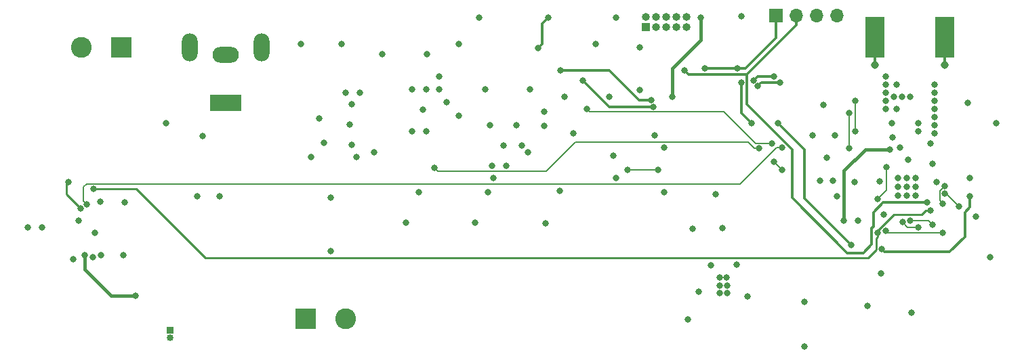
<source format=gbr>
%TF.GenerationSoftware,KiCad,Pcbnew,5.1.0-5.1.0*%
%TF.CreationDate,2019-03-18T21:11:32+01:00*%
%TF.ProjectId,motherboard,6d6f7468-6572-4626-9f61-72642e6b6963,rev?*%
%TF.SameCoordinates,Original*%
%TF.FileFunction,Copper,L4,Bot*%
%TF.FilePolarity,Positive*%
%FSLAX46Y46*%
G04 Gerber Fmt 4.6, Leading zero omitted, Abs format (unit mm)*
G04 Created by KiCad (PCBNEW 5.1.0-5.1.0) date 2019-03-18 21:11:32*
%MOMM*%
%LPD*%
G04 APERTURE LIST*
%ADD10C,0.200000*%
%ADD11R,2.600000X2.600000*%
%ADD12C,2.600000*%
%ADD13R,4.000000X2.000000*%
%ADD14O,3.300000X2.000000*%
%ADD15O,2.000000X3.500000*%
%ADD16R,1.700000X1.700000*%
%ADD17O,1.700000X1.700000*%
%ADD18R,2.420000X5.080000*%
%ADD19C,0.970000*%
%ADD20R,0.460000X0.950000*%
%ADD21R,1.000000X1.000000*%
%ADD22O,1.000000X1.000000*%
%ADD23R,0.850000X0.850000*%
%ADD24O,0.850000X0.850000*%
%ADD25C,0.800000*%
%ADD26C,0.254000*%
%ADD27C,0.304800*%
%ADD28C,0.203200*%
%ADD29C,0.406400*%
G04 APERTURE END LIST*
D10*
X176180000Y-103544000D03*
X175180000Y-103544000D03*
X174180000Y-103544000D03*
X176180000Y-102544000D03*
X175180000Y-102544000D03*
X174180000Y-102544000D03*
X176180000Y-101544000D03*
X175180000Y-101544000D03*
X174180000Y-101544000D03*
D11*
X77000000Y-85000000D03*
D12*
X72000000Y-85000000D03*
D13*
X90000000Y-92000000D03*
D14*
X90000000Y-86000000D03*
D15*
X94500000Y-85000000D03*
X85500000Y-85000000D03*
D16*
X158750000Y-81026000D03*
D17*
X161290000Y-81026000D03*
X163830000Y-81026000D03*
X166370000Y-81026000D03*
D18*
X179880000Y-83780000D03*
X171120000Y-83780000D03*
D19*
X179880000Y-87220000D03*
X171120000Y-87220000D03*
D20*
X179880000Y-86770000D03*
X171120000Y-86770000D03*
D12*
X105000000Y-119000000D03*
D11*
X100000000Y-119000000D03*
D21*
X142494000Y-82500000D03*
D22*
X142494000Y-81230000D03*
X143764000Y-82500000D03*
X143764000Y-81230000D03*
X145034000Y-82500000D03*
X145034000Y-81230000D03*
X146304000Y-82500000D03*
X146304000Y-81230000D03*
X147574000Y-82500000D03*
X147574000Y-81230000D03*
D23*
X83058000Y-120396000D03*
D24*
X83058000Y-121396000D03*
D25*
X174000000Y-101400000D03*
X115062000Y-90297000D03*
X115189000Y-85852000D03*
X115062000Y-95504000D03*
X119126000Y-93599000D03*
X128016000Y-90297000D03*
X129794000Y-93105000D03*
X127762000Y-98157000D03*
X125081000Y-99822000D03*
X173482000Y-91186000D03*
X174498000Y-91186000D03*
X175514000Y-91186000D03*
X178562000Y-89662000D03*
X178562000Y-90678000D03*
X178562000Y-91694000D03*
X178562000Y-92710000D03*
X178562000Y-93726000D03*
X178562000Y-94742000D03*
X178562000Y-95758000D03*
X176530000Y-95504000D03*
X176530000Y-94488000D03*
X172466000Y-88646000D03*
X172466000Y-89662000D03*
X172466000Y-90678000D03*
X172466000Y-91694000D03*
X172466000Y-92710000D03*
X87122000Y-96153000D03*
X73660000Y-108204000D03*
X152600911Y-113859664D03*
X152651711Y-115739264D03*
X151737311Y-115739264D03*
X152651711Y-114824864D03*
X151737311Y-114824864D03*
X151737311Y-113859664D03*
X105491162Y-94721072D03*
X138430000Y-98552000D03*
X77216000Y-110991610D03*
X186313000Y-94488000D03*
X182992970Y-101346000D03*
X183783024Y-106172000D03*
X185533000Y-111252012D03*
X171889561Y-113334646D03*
X162306000Y-116833970D03*
X155242529Y-116185064D03*
X147763497Y-119092064D03*
X153831511Y-112234080D03*
X65278000Y-107583024D03*
X71628002Y-106680000D03*
X77433500Y-104394016D03*
X82550000Y-94482026D03*
X105043000Y-90678000D03*
X138810000Y-81345028D03*
X119190000Y-84655020D03*
X173876998Y-92710000D03*
X173876974Y-89662000D03*
X141758963Y-90387238D03*
X154432000Y-81148972D03*
X132328000Y-91185972D03*
X133490980Y-95758000D03*
X138797000Y-101345962D03*
X143622974Y-96012000D03*
X166370000Y-103632000D03*
X164243019Y-101713000D03*
X165862000Y-101713000D03*
X106366148Y-98785058D03*
X108539162Y-98136071D03*
X102302178Y-97007072D03*
X124714000Y-97282000D03*
X114689500Y-92837000D03*
X169022970Y-106680000D03*
X173369002Y-96266000D03*
X175100000Y-101400000D03*
X176200000Y-101400000D03*
X174000000Y-102500000D03*
X175100000Y-102500000D03*
X176200000Y-102500000D03*
X174000000Y-103600000D03*
X175100000Y-103600000D03*
X176200000Y-103600000D03*
X74382250Y-104317750D03*
X86484000Y-103632000D03*
X144780000Y-97536000D03*
X141758957Y-85081228D03*
X137928022Y-91186000D03*
X129794000Y-94855000D03*
X126379000Y-94742000D03*
X123077000Y-94742000D03*
X122428000Y-90297000D03*
X136270000Y-84655000D03*
X109601000Y-85852000D03*
X113284000Y-90297000D03*
X116713000Y-90297000D03*
X116713000Y-88646000D03*
X121730000Y-81344998D03*
X129032000Y-85090000D03*
X130302000Y-81280000D03*
X134620000Y-89154000D03*
X156467503Y-89896474D03*
X159258000Y-89408000D03*
X167894000Y-93218000D03*
X167894000Y-97631210D03*
X143454107Y-92506789D03*
X168656000Y-95504000D03*
X158496000Y-88646000D03*
X155956000Y-89154000D03*
X168656000Y-91694000D03*
X131826000Y-87884000D03*
X143191096Y-91644391D03*
X147320000Y-87884000D03*
X177655000Y-104435602D03*
X149860000Y-87630000D03*
X153924000Y-87630000D03*
X154432000Y-89408000D03*
X155702000Y-94488000D03*
X159004000Y-94488000D03*
X171958000Y-110236000D03*
X182993000Y-103632000D03*
X168148000Y-109727992D03*
X171471077Y-104032021D03*
X172612021Y-100060256D03*
X174244000Y-97536000D03*
X140208000Y-100330000D03*
X144018000Y-100330000D03*
X159512000Y-100330000D03*
X158496000Y-99314000D03*
X116124500Y-100122500D03*
X156636534Y-97631210D03*
X135128000Y-92710000D03*
X158242000Y-97028000D03*
X172974000Y-97790000D03*
X167273015Y-106680015D03*
X179578000Y-108204000D03*
X172466000Y-107950014D03*
X170180000Y-117348000D03*
X165100000Y-98806000D03*
X175260000Y-99060000D03*
X178054000Y-97028000D03*
X172212000Y-105918000D03*
X178308000Y-99568000D03*
X178816000Y-101853956D03*
X168567155Y-101854000D03*
X171697643Y-101824856D03*
X164733000Y-92202000D03*
X162305994Y-122434000D03*
X175699573Y-118264668D03*
X182748998Y-91948000D03*
X104540000Y-84654962D03*
X106793000Y-90678022D03*
X105745162Y-97261072D03*
X105745162Y-92181072D03*
X101681162Y-93959072D03*
X131799604Y-103013902D03*
X100656146Y-98785072D03*
X114170000Y-103124000D03*
X122806000Y-103124000D03*
X144780000Y-103123990D03*
X151220064Y-103378002D03*
X179832000Y-102362000D03*
X179623534Y-104602466D03*
X181610000Y-104902000D03*
X179832000Y-103345255D03*
X149098000Y-115570000D03*
X150622000Y-112268000D03*
X152048566Y-107647489D03*
X127000000Y-97282000D03*
X123331000Y-99822000D03*
X117602000Y-91898500D03*
X113298000Y-95504000D03*
X123444000Y-101346000D03*
X89283980Y-103632000D03*
X99460000Y-84655018D03*
X148336000Y-107696000D03*
X173228000Y-94488000D03*
X163322000Y-96012000D03*
X166116000Y-96012000D03*
X73406000Y-111252000D03*
X103124000Y-110540812D03*
X129963084Y-107077902D03*
X70996044Y-111506000D03*
X112587500Y-106934000D03*
X121158000Y-106934000D03*
X67055982Y-107583000D03*
X174589093Y-106907234D03*
X176532094Y-107555616D03*
X178308000Y-107188000D03*
X175514006Y-106679994D03*
X103124000Y-103835200D03*
X74422000Y-110998000D03*
X78740000Y-116078000D03*
X72390000Y-110998000D03*
X72644000Y-104648000D03*
X159512000Y-97536000D03*
X178054000Y-105410000D03*
X71882000Y-105156000D03*
X70358000Y-101854000D03*
X171450000Y-108204000D03*
X73502957Y-102711210D03*
X149352000Y-81280000D03*
X145796000Y-91186000D03*
D26*
X179880000Y-87220000D02*
X179880000Y-83780000D01*
X171120000Y-87220000D02*
X171120000Y-83780000D01*
D27*
X156955977Y-89408000D02*
X156867502Y-89496475D01*
X156867502Y-89496475D02*
X156467503Y-89896474D01*
X159258000Y-89408000D02*
X156955977Y-89408000D01*
X129540000Y-82042000D02*
X130302000Y-81280000D01*
X129032000Y-85090000D02*
X129540000Y-84582000D01*
X129540000Y-84582000D02*
X129540000Y-82042000D01*
D28*
X167894000Y-93783685D02*
X167894000Y-97631210D01*
X167894000Y-93218000D02*
X167894000Y-93783685D01*
D27*
X137972789Y-92506789D02*
X142888422Y-92506789D01*
X134620000Y-89154000D02*
X137972789Y-92506789D01*
X142888422Y-92506789D02*
X143454107Y-92506789D01*
X156464000Y-88646000D02*
X155956000Y-89154000D01*
X158496000Y-88646000D02*
X156464000Y-88646000D01*
D28*
X168656000Y-95504000D02*
X168656000Y-91694000D01*
D27*
X137922000Y-87884000D02*
X141682391Y-91644391D01*
X141682391Y-91644391D02*
X142625411Y-91644391D01*
X142625411Y-91644391D02*
X143191096Y-91644391D01*
X131826000Y-87884000D02*
X137922000Y-87884000D01*
X161290000Y-82228081D02*
X155126081Y-88392000D01*
X161290000Y-81026000D02*
X161290000Y-82228081D01*
X147828000Y-88392000D02*
X147320000Y-87884000D01*
X155126081Y-88392000D02*
X147828000Y-88392000D01*
X155126081Y-92134081D02*
X155126081Y-88392000D01*
X160782000Y-97790000D02*
X155126081Y-92134081D01*
X167688076Y-110744000D02*
X160782000Y-103837924D01*
X169672000Y-110744000D02*
X167688076Y-110744000D01*
X160782000Y-103837924D02*
X160782000Y-97790000D01*
X172170398Y-104435602D02*
X170942000Y-105664000D01*
X177655000Y-104435602D02*
X172170398Y-104435602D01*
X170942000Y-105664000D02*
X170942000Y-107442000D01*
X170942000Y-107442000D02*
X170747922Y-107636078D01*
X170747922Y-107636078D02*
X170747922Y-109668078D01*
X170747922Y-109668078D02*
X169672000Y-110744000D01*
X149860000Y-87630000D02*
X154940000Y-87630000D01*
X158750000Y-83820000D02*
X158750000Y-81026000D01*
X154940000Y-87630000D02*
X158750000Y-83820000D01*
X154432000Y-93218000D02*
X154432000Y-89408000D01*
X155702000Y-94488000D02*
X154432000Y-93218000D01*
X172357999Y-110635999D02*
X180448001Y-110635999D01*
X171958000Y-110236000D02*
X172357999Y-110635999D01*
X180448001Y-110635999D02*
X182372000Y-108712000D01*
X182372000Y-108712000D02*
X182372000Y-105664000D01*
X182372000Y-105664000D02*
X182993000Y-105043000D01*
X182993000Y-105043000D02*
X182993000Y-103632000D01*
X162306000Y-103885992D02*
X167748001Y-109327993D01*
X167748001Y-109327993D02*
X168148000Y-109727992D01*
X162306000Y-97790000D02*
X162306000Y-103885992D01*
X159004000Y-94488000D02*
X162306000Y-97790000D01*
D28*
X171471077Y-104032021D02*
X172612021Y-102891077D01*
X172612021Y-102891077D02*
X172612021Y-100625941D01*
X172612021Y-100625941D02*
X172612021Y-100060256D01*
X140208000Y-100330000D02*
X144018000Y-100330000D01*
X158496000Y-99314000D02*
X159512000Y-100330000D01*
X116524499Y-100522499D02*
X130032567Y-100522499D01*
X155321640Y-96882001D02*
X156070849Y-97631210D01*
X156070849Y-97631210D02*
X156636534Y-97631210D01*
X133673065Y-96882001D02*
X155321640Y-96882001D01*
X130032567Y-100522499D02*
X133673065Y-96882001D01*
X116124500Y-100122500D02*
X116524499Y-100522499D01*
X135527999Y-93109999D02*
X152291999Y-93109999D01*
X135128000Y-92710000D02*
X135527999Y-93109999D01*
X156210000Y-97028000D02*
X158242000Y-97028000D01*
X152291999Y-93109999D02*
X156210000Y-97028000D01*
D29*
X172974000Y-97790000D02*
X169953106Y-97790000D01*
X169953106Y-97790000D02*
X167273015Y-100470091D01*
X167273015Y-106114330D02*
X167273015Y-106680015D01*
X167273015Y-100470091D02*
X167273015Y-106114330D01*
D28*
X172719986Y-108204000D02*
X172466000Y-107950014D01*
X179578000Y-108204000D02*
X172719986Y-108204000D01*
X179223535Y-102970465D02*
X179223535Y-104202467D01*
X179223535Y-104202467D02*
X179623534Y-104602466D01*
X179832000Y-102362000D02*
X179223535Y-102970465D01*
X180053255Y-103345255D02*
X179832000Y-103345255D01*
X181610000Y-104902000D02*
X180053255Y-103345255D01*
X175966409Y-107555616D02*
X176532094Y-107555616D01*
X175237475Y-107555616D02*
X175966409Y-107555616D01*
X174589093Y-106907234D02*
X175237475Y-107555616D01*
X176079691Y-106679994D02*
X175514006Y-106679994D01*
X178308000Y-107188000D02*
X177799994Y-106679994D01*
X177799994Y-106679994D02*
X176079691Y-106679994D01*
D29*
X78740000Y-116078000D02*
X75692000Y-116078000D01*
X75692000Y-116078000D02*
X72390000Y-112776000D01*
X72390000Y-112776000D02*
X72390000Y-110998000D01*
D28*
X158946315Y-97536000D02*
X159512000Y-97536000D01*
X72244001Y-104248001D02*
X72244001Y-102507999D01*
X72244001Y-102507999D02*
X72644000Y-102108000D01*
X158873262Y-97536000D02*
X158946315Y-97536000D01*
X154301262Y-102108000D02*
X158873262Y-97536000D01*
X72644000Y-104648000D02*
X72244001Y-104248001D01*
X72644000Y-102108000D02*
X154301262Y-102108000D01*
D26*
X70104000Y-102108000D02*
X70358000Y-101854000D01*
X71882000Y-105156000D02*
X70104000Y-103378000D01*
X70104000Y-103378000D02*
X70104000Y-102108000D01*
X171450000Y-107950000D02*
X171450000Y-108204000D01*
X173482000Y-105918000D02*
X171450000Y-107950000D01*
X176980315Y-105918000D02*
X173482000Y-105918000D01*
X178054000Y-105410000D02*
X177488315Y-105410000D01*
X177488315Y-105410000D02*
X176980315Y-105918000D01*
X171450000Y-108769685D02*
X171450000Y-108204000D01*
X78835210Y-102711210D02*
X87503011Y-111379011D01*
X171329399Y-110356601D02*
X171329399Y-108890286D01*
X87503011Y-111379011D02*
X170306989Y-111379011D01*
X170306989Y-111379011D02*
X171329399Y-110356601D01*
X73502957Y-102711210D02*
X78835210Y-102711210D01*
X171329399Y-108890286D02*
X171450000Y-108769685D01*
D29*
X149352000Y-81280000D02*
X149352000Y-84074000D01*
X149352000Y-84074000D02*
X145796000Y-87630000D01*
X145796000Y-87630000D02*
X145796000Y-91186000D01*
M02*

</source>
